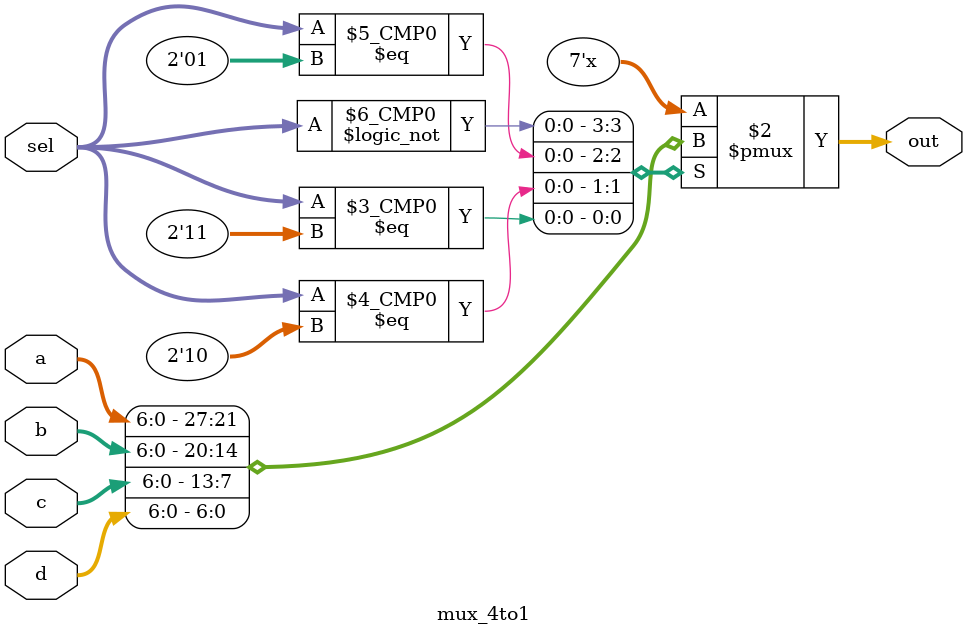
<source format=sv>
module mux_4to1 (
    input [6:0] a,                 
    input [6:0] b,                 
    input [6:0] c,                 
    input [6:0] d,                 
    input [1:0] sel,               
    output reg [6:0] out
);
    always @(a or b or c or d or sel) begin
        case(sel)
            2'b00 : out <= a;
            2'b01 : out <= b;
            2'b10 : out <= c;
            2'b11 : out <= d;
        endcase
    end
endmodule
</source>
